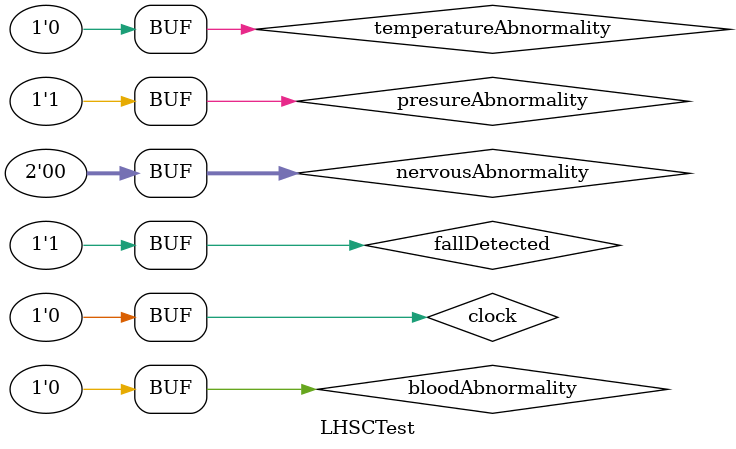
<source format=v>
`timescale 1ns / 1ps


module LHSCTest;

	// Inputs
	reg clock;
	reg presureAbnormality;
	reg bloodAbnormality;
	reg fallDetected;
	reg temperatureAbnormality;
	reg [1:0] nervousAbnormality;

	// Outputs
	wire [2:0] abnormalityWarning;

	// Instantiate the Unit Under Test (UUT)
	LogicHealthcareSystemController uut (
		.clock(clock), 
		.presureAbnormality(presureAbnormality), 
		.bloodAbnormality(bloodAbnormality), 
		.fallDetected(fallDetected), 
		.temperatureAbnormality(temperatureAbnormality), 
		.nervousAbnormality(nervousAbnormality), 
		.abnormalityWarning(abnormalityWarning)
	);


	initial begin
		clock = 1'b0;
      repeat (50) #30 clock = ~clock;
	end
	
	initial begin
		presureAbnormality = 1;
		bloodAbnormality = 0;
		fallDetected = 1;
		temperatureAbnormality = 1;
		nervousAbnormality = 2'b10;
		#50;
		presureAbnormality = 1;
		bloodAbnormality = 1;
		fallDetected = 0;
		temperatureAbnormality = 0;
		nervousAbnormality = 2'b11;
		#50;
		presureAbnormality = 0;
		bloodAbnormality = 0;
		fallDetected = 1;
		temperatureAbnormality = 1;
		nervousAbnormality = 2'b01;
		#50;
		presureAbnormality = 1;
		bloodAbnormality = 1;
		fallDetected = 1;
		temperatureAbnormality = 1;
		nervousAbnormality = 2'b11;
		#50;
		presureAbnormality = 0;
		bloodAbnormality = 0;
		fallDetected = 0;
		temperatureAbnormality = 0;
		nervousAbnormality = 2'b00;
		#50;
		presureAbnormality = 1;
		bloodAbnormality = 1;
		fallDetected = 1;
		temperatureAbnormality = 0;
		nervousAbnormality = 2'b00;
		#50;
		presureAbnormality = 1;
		bloodAbnormality = 0;
		fallDetected = 1;
		temperatureAbnormality = 0;
		nervousAbnormality = 2'b00;
		#50;
	end
      
endmodule


</source>
